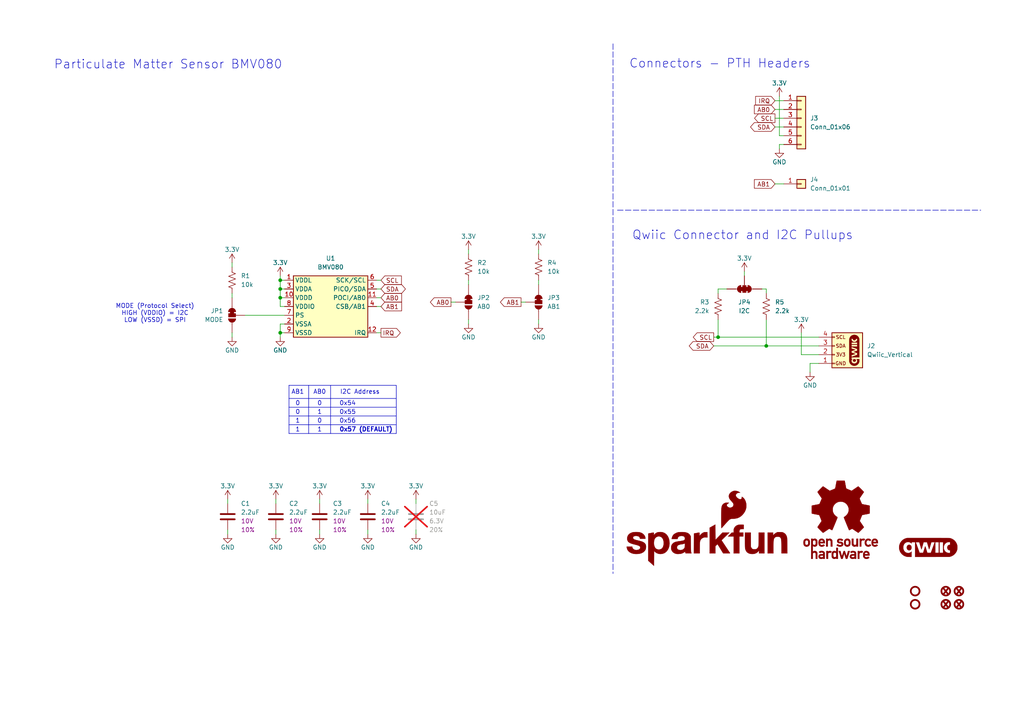
<source format=kicad_sch>
(kicad_sch (version 20231120) (generator "eeschema") (generator_version "8.0")
  (paper "A4")
  (title_block (title "SparkFun BMV080 Particulate Matter Sensor") (date "2024-08-16") (rev "v01") (company "SparkFun Electronics") (comment 1 "Designed by: Pete Lewis"))
  (lib_symbols
    (symbol "BMV080:BMV080"
      (property "Reference" "U" (at -5.08 10.16 0))
      (property "Value" "BMV080" (at 5.08 10.16 0))
      (symbol "BMV080_1_1"
        (pin power_in line (at -12.7 7.62 0) (length 2.54) (name "VDDL") (number "1"))
        (pin power_in line (at -12.7 2.54 0) (length 2.54) (name "VDDD") (number "10"))
        (pin bidirectional line (at 13.97 2.54 180) (length 2.54) (name "POCI/AB0") (number "11"))
        (pin output line (at 13.97 -7.62 180) (length 2.54) (name "IRQ") (number "12"))
        (pin no_connect line (at 11.43 -5.08 0) (length 2.54) hide (name "NC") (number "13"))
        (pin power_in line (at -12.7 -5.08 0) (length 2.54) (name "VSSA") (number "2"))
        (pin power_in line (at -12.7 5.08 0) (length 2.54) (name "VDDA") (number "3"))
        (pin input line (at 13.97 0 180) (length 2.54) (name "CSB/AB1") (number "4"))
        (pin bidirectional line (at 13.97 5.08 180) (length 2.54) (name "PICO/SDA") (number "5"))
        (pin input line (at 13.97 7.62 180) (length 2.54) (name "SCK/SCL") (number "6"))
        (pin input line (at -12.7 -2.54 0) (length 2.54) (name "PS") (number "7"))
        (pin power_in line (at -12.7 0 0) (length 2.54) (name "VDDIO") (number "8"))
        (pin power_in line (at -12.7 -7.62 0) (length 2.54) (name "VSSD") (number "9"))
      )
    )
    (symbol "SparkFun-Aesthetic:Fiducial_0.5mm"
      (symbol "Fiducial_0.5mm_1_1"
        (text "x" (at 0 0.254 0) (effects (font (size 2.5 2.5) (bold yes))))
      )
    )
    (symbol "SparkFun-Aesthetic:OSHW_Logo" (pin_names (offset 1.016)) (in_bom no))
    (symbol "SparkFun-Aesthetic:SparkFun_Logo" (pin_names (offset 1.016)) (on_board no))
    (symbol "SparkFun-Aesthetic:qwiic_Logo" (pin_names (offset 1.016)) (on_board no))
    (symbol "SparkFun-Capacitor:10uF_0603_6.3V_20%" (pin_numbers hide) (pin_names (offset 0.254))
      (property "Reference" "C" (at 0.635 2.54 0))
      (property "Value" "10uF" (at 0.635 -2.54 0))
      (property "Voltage" "6.3V" (at 0 -6.35 0))
      (property "Tolerance" "20%" (at 0 -8.89 0))
      (symbol "10uF_0603_6.3V_20%_1_1"
        (pin passive line (at 0 3.81 270) (length 2.794) (name "~") (number "1"))
        (pin passive line (at 0 -3.81 90) (length 2.794) (name "~") (number "2"))
      )
    )
    (symbol "SparkFun-Capacitor:2.2uF_0402_10V_10%" (pin_numbers hide) (pin_names (offset 0.254))
      (property "Reference" "C" (at 0.635 2.54 0))
      (property "Value" "2.2uF" (at 0.635 -2.54 0))
      (property "Voltage" "10V" (at 0 -6.35 0))
      (property "Tolerance" "10%" (at 0 -8.89 0))
      (symbol "2.2uF_0402_10V_10%_1_1"
        (pin passive line (at 0 3.81 270) (length 2.794) (name "~") (number "1"))
        (pin passive line (at 0 -3.81 90) (length 2.794) (name "~") (number "2"))
      )
    )
    (symbol "SparkFun-Connector:Conn_01x01" (pin_names (offset 1.016) hide)
      (property "Reference" "J" (at 0 2.54 0))
      (property "Value" "Conn_01x01" (at 0 -2.54 0))
      (symbol "Conn_01x01_1_1"
        (pin passive line (at -5.08 0 0) (length 3.81) (name "Pin_1") (number "1"))
      )
    )
    (symbol "SparkFun-Connector:Conn_01x06" (pin_names (offset 1.016) hide)
      (property "Reference" "J" (at 0 7.62 0))
      (property "Value" "Conn_01x06" (at 0 -10.16 0))
      (symbol "Conn_01x06_1_1"
        (pin passive line (at -5.08 5.08 0) (length 3.81) (name "Pin_1") (number "1"))
        (pin passive line (at -5.08 2.54 0) (length 3.81) (name "Pin_2") (number "2"))
        (pin passive line (at -5.08 0 0) (length 3.81) (name "Pin_3") (number "3"))
        (pin passive line (at -5.08 -2.54 0) (length 3.81) (name "Pin_4") (number "4"))
        (pin passive line (at -5.08 -5.08 0) (length 3.81) (name "Pin_5") (number "5"))
        (pin passive line (at -5.08 -7.62 0) (length 3.81) (name "Pin_6") (number "6"))
      )
    )
    (symbol "SparkFun-Connector:Qwiic_Vertical" (pin_names (offset 1.016) hide)
      (property "Reference" "J" (at 0 5.08 0))
      (property "Value" "Qwiic_Vertical" (at 0 -7.62 0))
      (symbol "Qwiic_Vertical_1_1"
        (text "3V3" (at 1.27 -2.54 0) (effects (font (size 1 1))))
        (text "GND" (at 1.27 -5.08 0) (effects (font (size 1 1))))
        (text "SCL" (at 1.27 2.54 0) (effects (font (size 1 1))))
        (text "SDA" (at 1.27 0 0) (effects (font (size 1 1))))
        (pin passive line (at -5.08 -5.08 0) (length 3.81) (name "Pin_1") (number "1"))
        (pin passive line (at -5.08 -2.54 0) (length 3.81) (name "Pin_2") (number "2"))
        (pin passive line (at -5.08 0 0) (length 3.81) (name "Pin_3") (number "3"))
        (pin passive line (at -5.08 2.54 0) (length 3.81) (name "Pin_4") (number "4"))
        (pin no_connect line (at 2.54 3.81 270) (length 2.54) hide (name "NC") (number "NC1"))
        (pin no_connect line (at 2.54 3.81 270) (length 2.54) hide (name "NC") (number "NC2"))
      )
    )
    (symbol "SparkFun-Hardware:Standoff")
    (symbol "SparkFun-Jumper:SolderJumper_3_Bridged12" (pin_numbers hide) (pin_names (offset 0) hide)
      (property "Reference" "JP" (at 0 2.54 0))
      (property "Value" "~" (at 3.81 1.27 0))
      (symbol "SolderJumper_3_Bridged12_1_1"
        (pin passive line (at -5.08 0 0) (length 2.54) (name "A") (number "1"))
        (pin passive line (at 0 -3.81 90) (length 2.54) (name "C") (number "2"))
        (pin passive line (at 5.08 0 180) (length 2.54) (name "B") (number "3"))
      )
    )
    (symbol "SparkFun-Jumper:SolderJumper_3_Bridged123" (pin_numbers hide) (pin_names (offset 0) hide)
      (property "Reference" "JP" (at 0 2.54 0))
      (property "Value" "~" (at 3.81 1.27 0))
      (symbol "SolderJumper_3_Bridged123_1_1"
        (pin passive line (at -5.08 0 0) (length 2.54) (name "A") (number "1"))
        (pin passive line (at 0 -3.81 90) (length 2.54) (name "C") (number "2"))
        (pin passive line (at 5.08 0 180) (length 2.54) (name "B") (number "3"))
      )
    )
    (symbol "SparkFun-PowerSymbol:3.3V" (power) (pin_names (offset 0))
      (property "Value" "3.3V" (at 0 3.81 0))
      (symbol "3.3V_1_1"
        (pin power_in line (at 0 0 90) (length 0) hide (name "3.3V") (number "1"))
      )
    )
    (symbol "SparkFun-PowerSymbol:GND" (power) (pin_names (offset 0))
      (property "Value" "GND" (at 0 -3.81 0))
      (symbol "GND_1_1"
        (pin power_in line (at 0 0 270) (length 0) hide (name "GND") (number "1"))
      )
    )
    (symbol "SparkFun-Resistor:10k_0402" (pin_numbers hide) (pin_names (offset 0))
      (property "Reference" "R" (at 0 -2.54 0))
      (property "Value" "10k" (at 0 2.54 0))
      (symbol "10k_0402_1_1"
        (pin passive line (at 3.81 0 180) (length 1.27) (name "~") (number "1"))
        (pin passive line (at -3.81 0 0) (length 1.27) (name "~") (number "2"))
      )
    )
    (symbol "SparkFun-Resistor:2.2k_0402" (pin_numbers hide) (pin_names (offset 0))
      (property "Reference" "R" (at 0 -2.54 0))
      (property "Value" "2.2k" (at 0 2.54 0))
      (symbol "2.2k_0402_1_1"
        (pin passive line (at 3.81 0 180) (length 1.27) (name "~") (number "1"))
        (pin passive line (at -3.81 0 0) (length 1.27) (name "~") (number "2"))
      )
    )
  )
  (junction (at 81.28 96.52))
  (junction (at 81.28 83.82))
  (junction (at 81.28 86.36))
  (junction (at 208.28 97.79))
  (junction (at 81.28 81.28))
  (junction (at 222.25 100.33))
  (wire (pts (xy 82.55 81.28) (xy 81.28 81.28)))
  (wire (pts (xy 237.49 102.87) (xy 232.41 102.87)))
  (polyline (pts (xy 95.885 111.76) (xy 95.885 125.73)))
  (wire (pts (xy 67.31 85.09) (xy 67.31 86.36)))
  (wire (pts (xy 232.41 102.87) (xy 232.41 96.52)))
  (wire (pts (xy 92.71 144.78) (xy 92.71 146.05)))
  (wire (pts (xy 224.79 29.21) (xy 227.33 29.21)))
  (wire (pts (xy 67.31 96.52) (xy 67.31 97.79)))
  (wire (pts (xy 156.21 72.39) (xy 156.21 73.66)))
  (wire (pts (xy 135.89 81.28) (xy 135.89 82.55)))
  (wire (pts (xy 81.28 83.82) (xy 81.28 86.36)))
  (polyline (pts (xy 83.82 111.76) (xy 114.935 111.76)))
  (wire (pts (xy 120.65 153.67) (xy 120.65 154.94)))
  (wire (pts (xy 92.71 153.67) (xy 92.71 154.94)))
  (wire (pts (xy 109.22 88.9) (xy 110.49 88.9)))
  (wire (pts (xy 222.25 100.33) (xy 237.49 100.33)))
  (polyline (pts (xy 83.82 120.65) (xy 114.935 120.65)))
  (wire (pts (xy 109.22 83.82) (xy 110.49 83.82)))
  (polyline (pts (xy 83.82 111.76) (xy 83.82 125.73)))
  (polyline (pts (xy 83.82 118.11) (xy 114.935 118.11)))
  (wire (pts (xy 71.12 91.44) (xy 82.55 91.44)))
  (polyline (pts (xy 83.82 115.57) (xy 114.935 115.57)))
  (wire (pts (xy 210.82 83.82) (xy 208.28 83.82)))
  (wire (pts (xy 224.79 53.34) (xy 227.33 53.34)))
  (wire (pts (xy 234.95 105.41) (xy 234.95 107.95)))
  (wire (pts (xy 66.04 144.78) (xy 66.04 146.05)))
  (wire (pts (xy 81.28 81.28) (xy 81.28 83.82)))
  (wire (pts (xy 82.55 86.36) (xy 81.28 86.36)))
  (wire (pts (xy 109.22 86.36) (xy 110.49 86.36)))
  (wire (pts (xy 80.01 153.67) (xy 80.01 154.94)))
  (wire (pts (xy 207.01 97.79) (xy 208.28 97.79)))
  (wire (pts (xy 130.81 87.63) (xy 132.08 87.63)))
  (polyline (pts (xy 179.07 60.96) (xy 284.48 60.96)) (stroke (width 0) (type dash)))
  (wire (pts (xy 224.79 31.75) (xy 227.33 31.75)))
  (wire (pts (xy 109.22 81.28) (xy 110.49 81.28)))
  (wire (pts (xy 81.28 86.36) (xy 81.28 88.9)))
  (wire (pts (xy 224.79 34.29) (xy 227.33 34.29)))
  (polyline (pts (xy 177.8 12.7) (xy 177.8 166.37)) (stroke (width 0) (type dash)))
  (wire (pts (xy 82.55 96.52) (xy 81.28 96.52)))
  (wire (pts (xy 106.68 153.67) (xy 106.68 154.94)))
  (wire (pts (xy 237.49 105.41) (xy 234.95 105.41)))
  (wire (pts (xy 207.01 100.33) (xy 222.25 100.33)))
  (wire (pts (xy 215.9 78.74) (xy 215.9 80.01)))
  (wire (pts (xy 156.21 81.28) (xy 156.21 82.55)))
  (polyline (pts (xy 83.82 125.73) (xy 114.935 125.73)))
  (wire (pts (xy 208.28 83.82) (xy 208.28 85.09)))
  (wire (pts (xy 208.28 92.71) (xy 208.28 97.79)))
  (wire (pts (xy 66.04 153.67) (xy 66.04 154.94)))
  (wire (pts (xy 106.68 144.78) (xy 106.68 146.05)))
  (wire (pts (xy 222.25 92.71) (xy 222.25 100.33)))
  (wire (pts (xy 227.33 39.37) (xy 226.06 39.37)))
  (wire (pts (xy 67.31 76.2) (xy 67.31 77.47)))
  (wire (pts (xy 81.28 93.98) (xy 81.28 96.52)))
  (wire (pts (xy 135.89 72.39) (xy 135.89 73.66)))
  (wire (pts (xy 227.33 41.91) (xy 226.06 41.91)))
  (polyline (pts (xy 89.535 111.76) (xy 89.535 125.73)))
  (wire (pts (xy 82.55 93.98) (xy 81.28 93.98)))
  (wire (pts (xy 151.13 87.63) (xy 152.4 87.63)))
  (polyline (pts (xy 83.82 123.19) (xy 114.935 123.19)))
  (wire (pts (xy 208.28 97.79) (xy 237.49 97.79)))
  (wire (pts (xy 120.65 144.78) (xy 120.65 146.05)))
  (wire (pts (xy 156.21 92.71) (xy 156.21 93.98)))
  (wire (pts (xy 80.01 144.78) (xy 80.01 146.05)))
  (wire (pts (xy 81.28 96.52) (xy 81.28 97.79)))
  (wire (pts (xy 220.98 83.82) (xy 222.25 83.82)))
  (wire (pts (xy 81.28 80.01) (xy 81.28 81.28)))
  (polyline (pts (xy 114.935 125.73) (xy 114.935 111.76)))
  (wire (pts (xy 135.89 92.71) (xy 135.89 93.98)))
  (wire (pts (xy 81.28 88.9) (xy 82.55 88.9)))
  (wire (pts (xy 222.25 83.82) (xy 222.25 85.09)))
  (wire (pts (xy 109.22 96.52) (xy 110.49 96.52)))
  (wire (pts (xy 224.79 36.83) (xy 227.33 36.83)))
  (wire (pts (xy 226.06 41.91) (xy 226.06 43.18)))
  (wire (pts (xy 82.55 83.82) (xy 81.28 83.82)))
  (wire (pts (xy 226.06 39.37) (xy 226.06 27.94)))
  (text "0x54" (at 100.838 117.094 0) (effects (font (size 1.27 1.27))))
  (text "MODE (Protocol Select)\nHIGH (VDDIO) = I2C\nLOW (VSSD) = SPI" (at 44.958 90.932 0) (effects (font (size 1.27 1.27))))
  (text "AB1" (at 86.36 113.792 0) (effects (font (size 1.27 1.27))))
  (text "Connectors - PTH Headers" (at 208.788 18.542 0) (effects (font (size 2.54 2.54))))
  (text "0x57 (DEFAULT)\n" (at 106.172 124.714 0) (effects (font (size 1.27 1.27) (thickness 0.254) (bold yes))))
  (text "0" (at 92.71 117.094 0) (effects (font (size 1.27 1.27))))
  (text "0" (at 86.36 119.634 0) (effects (font (size 1.27 1.27))))
  (text "Particulate Matter Sensor BMV080" (at 48.768 18.796 0) (effects (font (size 2.54 2.54))))
  (text "AB0" (at 92.71 113.792 0) (effects (font (size 1.27 1.27))))
  (text "0x56\n" (at 100.838 122.174 0) (effects (font (size 1.27 1.27))))
  (text "1" (at 86.36 122.174 0) (effects (font (size 1.27 1.27))))
  (text "I2C Address" (at 104.394 113.792 0) (effects (font (size 1.27 1.27))))
  (text "1" (at 92.71 124.714 0) (effects (font (size 1.27 1.27))))
  (text "0" (at 92.71 122.174 0) (effects (font (size 1.27 1.27))))
  (text "1" (at 86.36 124.714 0) (effects (font (size 1.27 1.27))))
  (text "0x55" (at 100.838 119.634 0) (effects (font (size 1.27 1.27))))
  (text "0" (at 86.36 117.094 0) (effects (font (size 1.27 1.27))))
  (text "1" (at 92.71 119.634 0) (effects (font (size 1.27 1.27))))
  (text "Qwiic Connector and I2C Pullups" (at 215.392 68.326 0) (effects (font (size 2.54 2.54))))
  (global_label "AB0" (shape input) (at 224.79 31.75 180) (property "Intersheetrefs" "${INTERSHEET_REFS}" (effects (hide yes))))
  (global_label "SDA" (shape bidirectional) (at 110.49 83.82 0) (property "Intersheetrefs" "${INTERSHEET_REFS}" (effects (hide yes))))
  (global_label "SDA" (shape bidirectional) (at 207.01 100.33 180) (property "Intersheetrefs" "${INTERSHEET_REFS}" (effects (hide yes))))
  (global_label "SCL" (shape output) (at 207.01 97.79 180) (property "Intersheetrefs" "${INTERSHEET_REFS}" (effects (hide yes))))
  (global_label "AB0" (shape input) (at 110.49 86.36 0) (property "Intersheetrefs" "${INTERSHEET_REFS}" (effects (hide yes))))
  (global_label "AB0" (shape output) (at 130.81 87.63 180) (property "Intersheetrefs" "${INTERSHEET_REFS}" (effects (hide yes))))
  (global_label "AB1" (shape output) (at 151.13 87.63 180) (property "Intersheetrefs" "${INTERSHEET_REFS}" (effects (hide yes))))
  (global_label "IRQ" (shape input) (at 224.79 29.21 180) (property "Intersheetrefs" "${INTERSHEET_REFS}" (effects (hide yes))))
  (global_label "SCL" (shape output) (at 224.79 34.29 180) (property "Intersheetrefs" "${INTERSHEET_REFS}" (effects (hide yes))))
  (global_label "AB1" (shape input) (at 110.49 88.9 0) (property "Intersheetrefs" "${INTERSHEET_REFS}" (effects (hide yes))))
  (global_label "SDA" (shape bidirectional) (at 224.79 36.83 180) (property "Intersheetrefs" "${INTERSHEET_REFS}" (effects (hide yes))))
  (global_label "IRQ" (shape output) (at 110.49 96.52 0) (property "Intersheetrefs" "${INTERSHEET_REFS}" (effects (hide yes))))
  (global_label "AB1" (shape input) (at 224.79 53.34 180) (property "Intersheetrefs" "${INTERSHEET_REFS}" (effects (hide yes))))
  (global_label "SCL" (shape input) (at 110.49 81.28 0) (property "Intersheetrefs" "${INTERSHEET_REFS}" (effects (hide yes))))
  (symbol (lib_id "SparkFun-Aesthetic:Fiducial_0.5mm") (at 278.13 175.26 0) (unit 1)
    (property "Reference" "FID4" (effects (hide yes)))
    (property "Value" "Fiducial_0.5mm" (effects (hide yes)))
    (property "Footprint" "SparkFun-Aesthetic:Fiducial_0.5mm_Mask1mm" (effects (hide yes)))
    (property "Description" "Fiducial Marker" (effects (hide yes)))
  )
  (symbol (lib_id "SparkFun-PowerSymbol:3.3V") (at 156.21 72.39 0) (unit 1)
    (property "Reference" "#PWR07" (effects (hide yes)))
    (property "Value" "3.3V" (at 156.21 68.58 0))
    (property "Description" "Power symbol creates a global label with name \"3.3V\"" (effects (hide yes)))
  )
  (symbol (lib_id "SparkFun-PowerSymbol:GND") (at 106.68 154.94 0) (unit 1)
    (property "Reference" "#PWR021" (effects (hide yes)))
    (property "Value" "GND" (at 106.68 158.75 0))
    (property "Description" "Power symbol creates a global label with name \"GND\" , ground" (effects (hide yes)))
  )
  (symbol (lib_id "SparkFun-Capacitor:2.2uF_0402_10V_10%") (at 106.68 149.86 0) (unit 1)
    (property "Reference" "C4" (at 110.49 146.0499 0) (effects (justify left)))
    (property "Value" "2.2uF" (at 110.49 148.5899 0) (effects (justify left)))
    (property "Footprint" "SparkFun-Capacitor:C_0402_1005Metric" (effects (hide yes)))
    (property "Datasheet" "https://cdn.sparkfun.com/assets/8/a/4/a/5/Kemet_Capacitor_Datasheet.pdf" (effects (hide yes)))
    (property "Description" "Unpolarized capacitor" (effects (hide yes)))
    (property "PROD_ID" "CAP-14232" (effects (hide yes)))
    (property "Voltage" "10V" (at 110.49 151.1299 0) (effects (justify left)))
    (property "Tolerance" "10%" (at 110.49 153.6699 0) (effects (justify left)))
  )
  (symbol (lib_id "SparkFun-Aesthetic:Fiducial_0.5mm") (at 274.32 171.45 0) (unit 1)
    (property "Reference" "FID1" (effects (hide yes)))
    (property "Value" "Fiducial_0.5mm" (effects (hide yes)))
    (property "Footprint" "SparkFun-Aesthetic:Fiducial_0.5mm_Mask1mm" (effects (hide yes)))
    (property "Description" "Fiducial Marker" (effects (hide yes)))
  )
  (symbol (lib_id "SparkFun-PowerSymbol:3.3V") (at 226.06 27.94 0) (unit 1)
    (property "Reference" "#PWR012" (effects (hide yes)))
    (property "Value" "3.3V" (at 226.06 24.13 0))
    (property "Description" "Power symbol creates a global label with name \"3.3V\"" (effects (hide yes)))
  )
  (symbol (lib_id "SparkFun-PowerSymbol:GND") (at 135.89 93.98 0) (unit 1)
    (property "Reference" "#PWR06" (effects (hide yes)))
    (property "Value" "GND" (at 135.89 97.79 0))
    (property "Description" "Power symbol creates a global label with name \"GND\" , ground" (effects (hide yes)))
  )
  (symbol (lib_id "SparkFun-Jumper:SolderJumper_3_Bridged12") (at 67.31 91.44 90) (mirror x) (unit 1)
    (property "Reference" "JP1" (at 64.77 90.1699 90) (effects (justify left)))
    (property "Value" "MODE" (at 64.77 92.7099 90) (effects (justify left)))
    (property "Footprint" "SparkFun-Jumper:Jumper_3_NC-1_Trace" (effects (hide yes)))
    (property "Description" "3-pole Solder Jumper, pins 1+2 closed/bridged" (effects (hide yes)))
  )
  (symbol (lib_id "SparkFun-PowerSymbol:3.3V") (at 80.01 144.78 0) (unit 1)
    (property "Reference" "#PWR016" (effects (hide yes)))
    (property "Value" "3.3V" (at 80.01 140.97 0))
    (property "Description" "Power symbol creates a global label with name \"3.3V\"" (effects (hide yes)))
  )
  (symbol (lib_id "SparkFun-PowerSymbol:GND") (at 120.65 154.94 0) (unit 1)
    (property "Reference" "#PWR023" (effects (hide yes)))
    (property "Value" "GND" (at 120.65 158.75 0))
    (property "Description" "Power symbol creates a global label with name \"GND\" , ground" (effects (hide yes)))
  )
  (symbol (lib_id "SparkFun-PowerSymbol:GND") (at 92.71 154.94 0) (unit 1)
    (property "Reference" "#PWR019" (effects (hide yes)))
    (property "Value" "GND" (at 92.71 158.75 0))
    (property "Description" "Power symbol creates a global label with name \"GND\" , ground" (effects (hide yes)))
  )
  (symbol (lib_id "SparkFun-PowerSymbol:GND") (at 234.95 107.95 0) (unit 1)
    (property "Reference" "#PWR011" (effects (hide yes)))
    (property "Value" "GND" (at 234.95 111.76 0))
    (property "Description" "Power symbol creates a global label with name \"GND\" , ground" (effects (hide yes)))
  )
  (symbol (lib_id "SparkFun-Capacitor:2.2uF_0402_10V_10%") (at 66.04 149.86 0) (unit 1)
    (property "Reference" "C1" (at 69.85 146.0499 0) (effects (justify left)))
    (property "Value" "2.2uF" (at 69.85 148.5899 0) (effects (justify left)))
    (property "Footprint" "SparkFun-Capacitor:C_0402_1005Metric" (effects (hide yes)))
    (property "Datasheet" "https://cdn.sparkfun.com/assets/8/a/4/a/5/Kemet_Capacitor_Datasheet.pdf" (effects (hide yes)))
    (property "Description" "Unpolarized capacitor" (effects (hide yes)))
    (property "PROD_ID" "CAP-14232" (effects (hide yes)))
    (property "Voltage" "10V" (at 69.85 151.1299 0) (effects (justify left)))
    (property "Tolerance" "10%" (at 69.85 153.6699 0) (effects (justify left)))
  )
  (symbol (lib_id "SparkFun-Connector:Conn_01x06") (at 232.41 34.29 0) (unit 1)
    (property "Reference" "J3" (at 234.95 34.2899 0) (effects (justify left)))
    (property "Value" "Conn_01x06" (at 234.95 36.8299 0) (effects (justify left)))
    (property "Footprint" "SparkFun-Connector:1x06" (effects (hide yes)))
    (property "Description" "Generic connector, single row, 01x06, script generated (kicad-library-utils/schlib/autogen/connector/)" (effects (hide yes)))
  )
  (symbol (lib_id "SparkFun-Hardware:Standoff") (at 265.43 175.26 0) (unit 1)
    (property "Reference" "ST2" (effects (hide yes)))
    (property "Value" "Standoff" (effects (hide yes)))
    (property "Footprint" "SparkFun-Hardware:Standoff" (effects (hide yes)))
    (property "Description" "Drill holes for mechanically mounting via screws, standoffs, etc." (effects (hide yes)))
  )
  (symbol (lib_id "SparkFun-PowerSymbol:GND") (at 156.21 93.98 0) (unit 1)
    (property "Reference" "#PWR08" (effects (hide yes)))
    (property "Value" "GND" (at 156.21 97.79 0))
    (property "Description" "Power symbol creates a global label with name \"GND\" , ground" (effects (hide yes)))
  )
  (symbol (lib_id "SparkFun-Hardware:Standoff") (at 265.43 171.45 0) (unit 1)
    (property "Reference" "ST1" (effects (hide yes)))
    (property "Value" "Standoff" (effects (hide yes)))
    (property "Footprint" "SparkFun-Hardware:Standoff" (effects (hide yes)))
    (property "Description" "Drill holes for mechanically mounting via screws, standoffs, etc." (effects (hide yes)))
  )
  (symbol (lib_id "SparkFun-Capacitor:10uF_0603_6.3V_20%") (at 120.65 149.86 0) (unit 1) (dnp yes)
    (property "Reference" "C5" (at 124.46 146.0499 0) (effects (justify left)))
    (property "Value" "10uF" (at 124.46 148.5899 0) (effects (justify left)))
    (property "Footprint" "SparkFun-Capacitor:C_0603_1608Metric" (effects (hide yes)))
    (property "Datasheet" "https://cdn.sparkfun.com/assets/8/a/4/a/5/Kemet_Capacitor_Datasheet.pdf" (effects (hide yes)))
    (property "Description" "Unpolarized capacitor" (effects (hide yes)))
    (property "PROD_ID" "CAP-11015" (effects (hide yes)))
    (property "Voltage" "6.3V" (at 124.46 151.1299 0) (effects (justify left)))
    (property "Tolerance" "20%" (at 124.46 153.6699 0) (effects (justify left)))
  )
  (symbol (lib_id "SparkFun-PowerSymbol:GND") (at 226.06 43.18 0) (unit 1)
    (property "Reference" "#PWR013" (effects (hide yes)))
    (property "Value" "GND" (at 226.06 46.99 0))
    (property "Description" "Power symbol creates a global label with name \"GND\" , ground" (effects (hide yes)))
  )
  (symbol (lib_id "SparkFun-PowerSymbol:3.3V") (at 81.28 80.01 0) (unit 1)
    (property "Reference" "#PWR03" (effects (hide yes)))
    (property "Value" "3.3V" (at 81.28 76.2 0))
    (property "Description" "Power symbol creates a global label with name \"3.3V\"" (effects (hide yes)))
  )
  (symbol (lib_id "SparkFun-Jumper:SolderJumper_3_Bridged12") (at 156.21 87.63 270) (unit 1)
    (property "Reference" "JP3" (at 158.75 86.3599 90) (effects (justify left)))
    (property "Value" "AB1" (at 158.75 88.8999 90) (effects (justify left)))
    (property "Footprint" "SparkFun-Jumper:Jumper_3_NC-1_Trace" (effects (hide yes)))
    (property "Description" "3-pole Solder Jumper, pins 1+2 closed/bridged" (effects (hide yes)))
  )
  (symbol (lib_id "SparkFun-PowerSymbol:3.3V") (at 66.04 144.78 0) (unit 1)
    (property "Reference" "#PWR014" (effects (hide yes)))
    (property "Value" "3.3V" (at 66.04 140.97 0))
    (property "Description" "Power symbol creates a global label with name \"3.3V\"" (effects (hide yes)))
  )
  (symbol (lib_id "SparkFun-Resistor:2.2k_0402") (at 208.28 88.9 270) (unit 1)
    (property "Reference" "R3" (at 205.74 87.6299 90) (effects (justify right)))
    (property "Value" "2.2k" (at 205.74 90.1699 90) (effects (justify right)))
    (property "Footprint" "SparkFun-Resistor:R_0402_1005Metric" (effects (hide yes)))
    (property "Datasheet" "https://www.vishay.com/docs/20035/dcrcwe3.pdf" (effects (hide yes)))
    (property "Description" "Resistor" (effects (hide yes)))
    (property "PROD_ID" "RES-14341" (effects (hide yes)))
  )
  (symbol (lib_id "SparkFun-Resistor:10k_0402") (at 135.89 77.47 90) (unit 1)
    (property "Reference" "R2" (at 138.43 76.1999 90) (effects (justify right)))
    (property "Value" "10k" (at 138.43 78.7399 90) (effects (justify right)))
    (property "Footprint" "SparkFun-Resistor:R_0402_1005Metric" (effects (hide yes)))
    (property "Datasheet" "https://www.vishay.com/docs/20035/dcrcwe3.pdf" (effects (hide yes)))
    (property "Description" "Resistor" (effects (hide yes)))
    (property "PROD_ID" "RES-14241" (effects (hide yes)))
  )
  (symbol (lib_id "BMV080:BMV080") (at 95.25 88.9 0) (unit 1)
    (property "Reference" "U1" (at 95.885 74.93 0))
    (property "Value" "BMV080" (at 95.885 77.47 0))
    (property "Footprint" "BMV080:FPC_0.3mm-13_molex_503566-1302" (effects (hide yes)))
    (property "Description" "BMV080 Particulate Matter Sensor" (effects (hide yes)))
    (property "PROD_ID" "IC-" (effects (hide yes)))
  )
  (symbol (lib_id "SparkFun-Resistor:10k_0402") (at 156.21 77.47 90) (unit 1)
    (property "Reference" "R4" (at 158.75 76.1999 90) (effects (justify right)))
    (property "Value" "10k" (at 158.75 78.7399 90) (effects (justify right)))
    (property "Footprint" "SparkFun-Resistor:R_0402_1005Metric" (effects (hide yes)))
    (property "Datasheet" "https://www.vishay.com/docs/20035/dcrcwe3.pdf" (effects (hide yes)))
    (property "Description" "Resistor" (effects (hide yes)))
    (property "PROD_ID" "RES-14241" (effects (hide yes)))
  )
  (symbol (lib_id "SparkFun-Aesthetic:Fiducial_0.5mm") (at 278.13 171.45 0) (unit 1)
    (property "Reference" "FID3" (effects (hide yes)))
    (property "Value" "Fiducial_0.5mm" (effects (hide yes)))
    (property "Footprint" "SparkFun-Aesthetic:Fiducial_0.5mm_Mask1mm" (effects (hide yes)))
    (property "Description" "Fiducial Marker" (effects (hide yes)))
  )
  (symbol (lib_id "SparkFun-Aesthetic:qwiic_Logo") (at 269.24 158.75 0) (unit 1) (on_board no)
    (property "Reference" "G3" (effects (hide yes)))
    (property "Value" "qwiic_Logo" (effects (hide yes)))
  )
  (symbol (lib_id "SparkFun-PowerSymbol:3.3V") (at 232.41 96.52 0) (unit 1)
    (property "Reference" "#PWR010" (effects (hide yes)))
    (property "Value" "3.3V" (at 232.41 92.71 0))
    (property "Description" "Power symbol creates a global label with name \"3.3V\"" (effects (hide yes)))
  )
  (symbol (lib_id "SparkFun-PowerSymbol:GND") (at 80.01 154.94 0) (unit 1)
    (property "Reference" "#PWR017" (effects (hide yes)))
    (property "Value" "GND" (at 80.01 158.75 0))
    (property "Description" "Power symbol creates a global label with name \"GND\" , ground" (effects (hide yes)))
  )
  (symbol (lib_id "SparkFun-Connector:Qwiic_Vertical") (at 242.57 100.33 0) (unit 1)
    (property "Reference" "J2" (at 251.46 100.3299 0) (effects (justify left)))
    (property "Value" "Qwiic_Vertical" (at 251.46 102.8699 0) (effects (justify left)))
    (property "Footprint" "SparkFun-Connector:JST_SMD_1.0mm-4_Vertical" (effects (hide yes)))
    (property "Datasheet" "https://www.jst-mfg.com/product/pdf/eng/eSH.pdf" (effects (hide yes)))
    (property "Description" "4 pin JST 1mm polarized connector for I2C" (effects (hide yes)))
    (property "PROD_ID" "CONN-14483" (effects (hide yes)))
  )
  (symbol (lib_id "SparkFun-Jumper:SolderJumper_3_Bridged123") (at 215.9 83.82 180) (unit 1)
    (property "Reference" "JP4" (at 215.9 87.63 0))
    (property "Value" "I2C" (at 215.9 90.17 0))
    (property "Footprint" "SparkFun-Jumper:Jumper_3_NC-2_Trace" (effects (hide yes)))
    (property "Description" "Solder Jumper, 3-pole, pins 1+2+3 closed/bridged" (effects (hide yes)))
  )
  (symbol (lib_id "SparkFun-PowerSymbol:3.3V") (at 135.89 72.39 0) (unit 1)
    (property "Reference" "#PWR05" (effects (hide yes)))
    (property "Value" "3.3V" (at 135.89 68.58 0))
    (property "Description" "Power symbol creates a global label with name \"3.3V\"" (effects (hide yes)))
  )
  (symbol (lib_id "SparkFun-Jumper:SolderJumper_3_Bridged12") (at 135.89 87.63 270) (unit 1)
    (property "Reference" "JP2" (at 138.43 86.3599 90) (effects (justify left)))
    (property "Value" "AB0" (at 138.43 88.8999 90) (effects (justify left)))
    (property "Footprint" "SparkFun-Jumper:Jumper_3_NC-1_Trace" (effects (hide yes)))
    (property "Description" "3-pole Solder Jumper, pins 1+2 closed/bridged" (effects (hide yes)))
  )
  (symbol (lib_id "SparkFun-Resistor:10k_0402") (at 67.31 81.28 90) (unit 1)
    (property "Reference" "R1" (at 69.85 80.0099 90) (effects (justify right)))
    (property "Value" "10k" (at 69.85 82.5499 90) (effects (justify right)))
    (property "Footprint" "SparkFun-Resistor:R_0402_1005Metric" (effects (hide yes)))
    (property "Datasheet" "https://www.vishay.com/docs/20035/dcrcwe3.pdf" (effects (hide yes)))
    (property "Description" "Resistor" (effects (hide yes)))
    (property "PROD_ID" "RES-14241" (effects (hide yes)))
  )
  (symbol (lib_id "SparkFun-PowerSymbol:GND") (at 67.31 97.79 0) (unit 1)
    (property "Reference" "#PWR02" (effects (hide yes)))
    (property "Value" "GND" (at 67.31 101.6 0))
    (property "Description" "Power symbol creates a global label with name \"GND\" , ground" (effects (hide yes)))
  )
  (symbol (lib_id "SparkFun-Capacitor:2.2uF_0402_10V_10%") (at 92.71 149.86 0) (unit 1)
    (property "Reference" "C3" (at 96.52 146.0499 0) (effects (justify left)))
    (property "Value" "2.2uF" (at 96.52 148.5899 0) (effects (justify left)))
    (property "Footprint" "SparkFun-Capacitor:C_0402_1005Metric" (effects (hide yes)))
    (property "Datasheet" "https://cdn.sparkfun.com/assets/8/a/4/a/5/Kemet_Capacitor_Datasheet.pdf" (effects (hide yes)))
    (property "Description" "Unpolarized capacitor" (effects (hide yes)))
    (property "PROD_ID" "CAP-14232" (effects (hide yes)))
    (property "Voltage" "10V" (at 96.52 151.1299 0) (effects (justify left)))
    (property "Tolerance" "10%" (at 96.52 153.6699 0) (effects (justify left)))
  )
  (symbol (lib_id "SparkFun-PowerSymbol:GND") (at 66.04 154.94 0) (unit 1)
    (property "Reference" "#PWR015" (effects (hide yes)))
    (property "Value" "GND" (at 66.04 158.75 0))
    (property "Description" "Power symbol creates a global label with name \"GND\" , ground" (effects (hide yes)))
  )
  (symbol (lib_id "SparkFun-Resistor:2.2k_0402") (at 222.25 88.9 270) (unit 1)
    (property "Reference" "R5" (at 224.79 87.6299 90) (effects (justify left)))
    (property "Value" "2.2k" (at 224.79 90.1699 90) (effects (justify left)))
    (property "Footprint" "SparkFun-Resistor:R_0402_1005Metric" (effects (hide yes)))
    (property "Datasheet" "https://www.vishay.com/docs/20035/dcrcwe3.pdf" (effects (hide yes)))
    (property "Description" "Resistor" (effects (hide yes)))
    (property "PROD_ID" "RES-14341" (effects (hide yes)))
  )
  (symbol (lib_id "SparkFun-Capacitor:2.2uF_0402_10V_10%") (at 80.01 149.86 0) (unit 1)
    (property "Reference" "C2" (at 83.82 146.0499 0) (effects (justify left)))
    (property "Value" "2.2uF" (at 83.82 148.5899 0) (effects (justify left)))
    (property "Footprint" "SparkFun-Capacitor:C_0402_1005Metric" (effects (hide yes)))
    (property "Datasheet" "https://cdn.sparkfun.com/assets/8/a/4/a/5/Kemet_Capacitor_Datasheet.pdf" (effects (hide yes)))
    (property "Description" "Unpolarized capacitor" (effects (hide yes)))
    (property "PROD_ID" "CAP-14232" (effects (hide yes)))
    (property "Voltage" "10V" (at 83.82 151.1299 0) (effects (justify left)))
    (property "Tolerance" "10%" (at 83.82 153.6699 0) (effects (justify left)))
  )
  (symbol (lib_id "SparkFun-Connector:Conn_01x01") (at 232.41 53.34 0) (unit 1)
    (property "Reference" "J4" (at 234.95 52.0699 0) (effects (justify left)))
    (property "Value" "Conn_01x01" (at 234.95 54.6099 0) (effects (justify left)))
    (property "Footprint" "SparkFun-Connector:1x01" (effects (hide yes)))
    (property "Description" "Generic connector, single row, 01x01, script generated (kicad-library-utils/schlib/autogen/connector/)" (effects (hide yes)))
  )
  (symbol (lib_id "SparkFun-PowerSymbol:3.3V") (at 215.9 78.74 0) (unit 1)
    (property "Reference" "#PWR09" (effects (hide yes)))
    (property "Value" "3.3V" (at 215.9 74.93 0))
    (property "Description" "Power symbol creates a global label with name \"3.3V\"" (effects (hide yes)))
  )
  (symbol (lib_id "SparkFun-Aesthetic:OSHW_Logo") (at 243.84 154.94 0) (unit 1) (in_bom no)
    (property "Reference" "G1" (effects (hide yes)))
    (property "Value" "OSHW_Logo" (effects (hide yes)))
    (property "Footprint" "SparkFun-Aesthetic:Creative_Commons_License" (effects (hide yes)))
  )
  (symbol (lib_id "SparkFun-PowerSymbol:GND") (at 81.28 97.79 0) (unit 1)
    (property "Reference" "#PWR04" (effects (hide yes)))
    (property "Value" "GND" (at 81.28 101.6 0))
    (property "Description" "Power symbol creates a global label with name \"GND\" , ground" (effects (hide yes)))
  )
  (symbol (lib_id "SparkFun-Aesthetic:Fiducial_0.5mm") (at 274.32 175.26 0) (unit 1)
    (property "Reference" "FID2" (effects (hide yes)))
    (property "Value" "Fiducial_0.5mm" (effects (hide yes)))
    (property "Footprint" "SparkFun-Aesthetic:Fiducial_0.5mm_Mask1mm" (effects (hide yes)))
    (property "Description" "Fiducial Marker" (effects (hide yes)))
  )
  (symbol (lib_id "SparkFun-Aesthetic:SparkFun_Logo") (at 204.47 157.48 0) (unit 1) (on_board no)
    (property "Reference" "G2" (effects (hide yes)))
    (property "Value" "SparkFun_Logo" (effects (hide yes)))
  )
  (symbol (lib_id "SparkFun-PowerSymbol:3.3V") (at 92.71 144.78 0) (unit 1)
    (property "Reference" "#PWR018" (effects (hide yes)))
    (property "Value" "3.3V" (at 92.71 140.97 0))
    (property "Description" "Power symbol creates a global label with name \"3.3V\"" (effects (hide yes)))
  )
  (symbol (lib_id "SparkFun-PowerSymbol:3.3V") (at 120.65 144.78 0) (unit 1)
    (property "Reference" "#PWR022" (effects (hide yes)))
    (property "Value" "3.3V" (at 120.65 140.97 0))
    (property "Description" "Power symbol creates a global label with name \"3.3V\"" (effects (hide yes)))
  )
  (symbol (lib_id "SparkFun-PowerSymbol:3.3V") (at 106.68 144.78 0) (unit 1)
    (property "Reference" "#PWR020" (effects (hide yes)))
    (property "Value" "3.3V" (at 106.68 140.97 0))
    (property "Description" "Power symbol creates a global label with name \"3.3V\"" (effects (hide yes)))
  )
  (symbol (lib_id "SparkFun-PowerSymbol:3.3V") (at 67.31 76.2 0) (unit 1)
    (property "Reference" "#PWR01" (effects (hide yes)))
    (property "Value" "3.3V" (at 67.31 72.39 0))
    (property "Description" "Power symbol creates a global label with name \"3.3V\"" (effects (hide yes)))
  )
)
</source>
